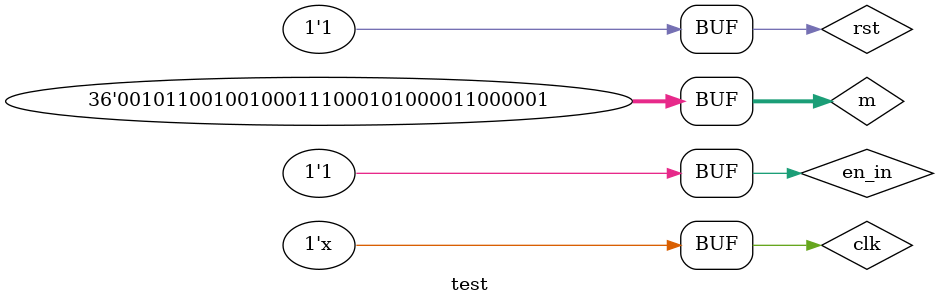
<source format=v>
`timescale 1ns/1ps
module test( );

reg clk,rst,en_in;
reg [35:0] m;
wire en_out,out_bit;

always #5 clk <= ~clk;

initial begin
    m[ 5: 0]=1;
    m[11: 6]=3;
    m[17:12]=5;
    m[23:18]=7;
    m[29:24]=9;
    m[35:30]=11;

    en_in=1;
    clk=0;
    rst<=1;
    #1 rst <= 0;
    #1 rst <= 1;
    #5;
    
end

SOBOL sobol (
    .m(m),
    .clk(clk),
    .rst(rst),
    .en_in(en_in),
    .en_out(en_out),
    .out_bit(out_bit)
    );


    

endmodule
</source>
